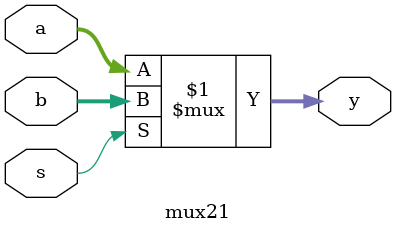
<source format=sv>
`timescale 1ns / 1ps
module mux21 #(parameter N = 32) (a, b, s, y);
  input logic [N-1:0] a; // 0
  input logic [N-1:0] b; // 1
  input logic s;
  output logic [N-1:0] y;
  assign y = s ? b : a;
endmodule
</source>
